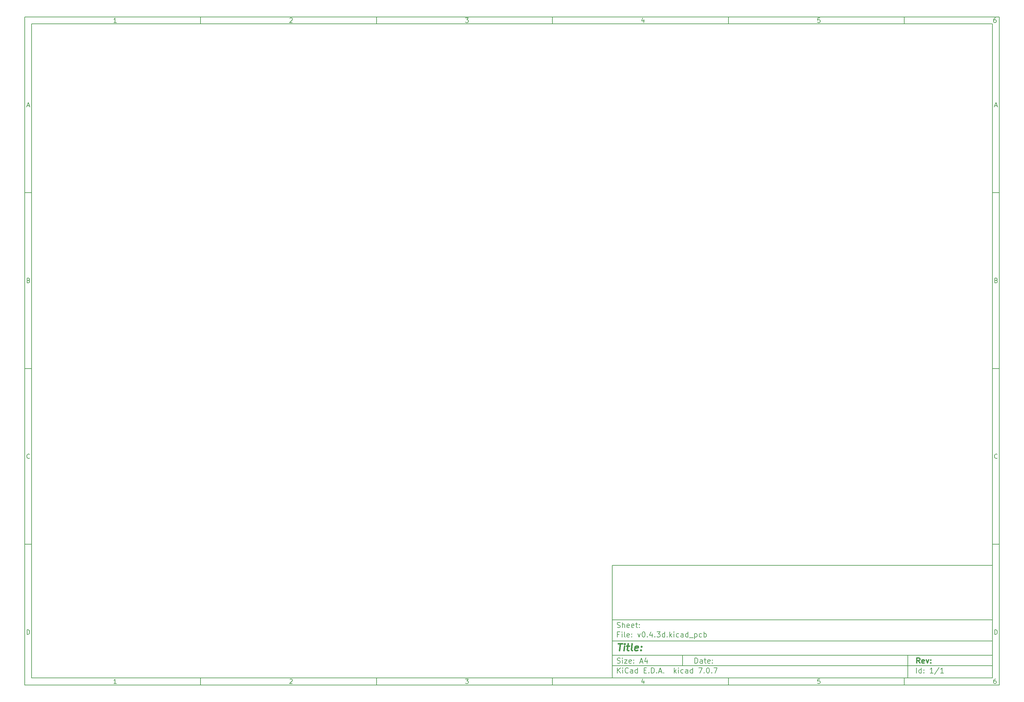
<source format=gbr>
%TF.GenerationSoftware,KiCad,Pcbnew,7.0.7*%
%TF.CreationDate,2024-10-02T11:43:54-03:00*%
%TF.ProjectId,v0.4.3d,76302e34-2e33-4642-9e6b-696361645f70,rev?*%
%TF.SameCoordinates,Original*%
%TF.FileFunction,Glue,Bot*%
%TF.FilePolarity,Positive*%
%FSLAX46Y46*%
G04 Gerber Fmt 4.6, Leading zero omitted, Abs format (unit mm)*
G04 Created by KiCad (PCBNEW 7.0.7) date 2024-10-02 11:43:54*
%MOMM*%
%LPD*%
G01*
G04 APERTURE LIST*
%ADD10C,0.100000*%
%ADD11C,0.150000*%
%ADD12C,0.300000*%
%ADD13C,0.400000*%
G04 APERTURE END LIST*
D10*
D11*
X177002200Y-166007200D02*
X285002200Y-166007200D01*
X285002200Y-198007200D01*
X177002200Y-198007200D01*
X177002200Y-166007200D01*
D10*
D11*
X10000000Y-10000000D02*
X287002200Y-10000000D01*
X287002200Y-200007200D01*
X10000000Y-200007200D01*
X10000000Y-10000000D01*
D10*
D11*
X12000000Y-12000000D02*
X285002200Y-12000000D01*
X285002200Y-198007200D01*
X12000000Y-198007200D01*
X12000000Y-12000000D01*
D10*
D11*
X60000000Y-12000000D02*
X60000000Y-10000000D01*
D10*
D11*
X110000000Y-12000000D02*
X110000000Y-10000000D01*
D10*
D11*
X160000000Y-12000000D02*
X160000000Y-10000000D01*
D10*
D11*
X210000000Y-12000000D02*
X210000000Y-10000000D01*
D10*
D11*
X260000000Y-12000000D02*
X260000000Y-10000000D01*
D10*
D11*
X36089160Y-11593604D02*
X35346303Y-11593604D01*
X35717731Y-11593604D02*
X35717731Y-10293604D01*
X35717731Y-10293604D02*
X35593922Y-10479319D01*
X35593922Y-10479319D02*
X35470112Y-10603128D01*
X35470112Y-10603128D02*
X35346303Y-10665033D01*
D10*
D11*
X85346303Y-10417414D02*
X85408207Y-10355509D01*
X85408207Y-10355509D02*
X85532017Y-10293604D01*
X85532017Y-10293604D02*
X85841541Y-10293604D01*
X85841541Y-10293604D02*
X85965350Y-10355509D01*
X85965350Y-10355509D02*
X86027255Y-10417414D01*
X86027255Y-10417414D02*
X86089160Y-10541223D01*
X86089160Y-10541223D02*
X86089160Y-10665033D01*
X86089160Y-10665033D02*
X86027255Y-10850747D01*
X86027255Y-10850747D02*
X85284398Y-11593604D01*
X85284398Y-11593604D02*
X86089160Y-11593604D01*
D10*
D11*
X135284398Y-10293604D02*
X136089160Y-10293604D01*
X136089160Y-10293604D02*
X135655826Y-10788842D01*
X135655826Y-10788842D02*
X135841541Y-10788842D01*
X135841541Y-10788842D02*
X135965350Y-10850747D01*
X135965350Y-10850747D02*
X136027255Y-10912652D01*
X136027255Y-10912652D02*
X136089160Y-11036461D01*
X136089160Y-11036461D02*
X136089160Y-11345985D01*
X136089160Y-11345985D02*
X136027255Y-11469795D01*
X136027255Y-11469795D02*
X135965350Y-11531700D01*
X135965350Y-11531700D02*
X135841541Y-11593604D01*
X135841541Y-11593604D02*
X135470112Y-11593604D01*
X135470112Y-11593604D02*
X135346303Y-11531700D01*
X135346303Y-11531700D02*
X135284398Y-11469795D01*
D10*
D11*
X185965350Y-10726938D02*
X185965350Y-11593604D01*
X185655826Y-10231700D02*
X185346303Y-11160271D01*
X185346303Y-11160271D02*
X186151064Y-11160271D01*
D10*
D11*
X236027255Y-10293604D02*
X235408207Y-10293604D01*
X235408207Y-10293604D02*
X235346303Y-10912652D01*
X235346303Y-10912652D02*
X235408207Y-10850747D01*
X235408207Y-10850747D02*
X235532017Y-10788842D01*
X235532017Y-10788842D02*
X235841541Y-10788842D01*
X235841541Y-10788842D02*
X235965350Y-10850747D01*
X235965350Y-10850747D02*
X236027255Y-10912652D01*
X236027255Y-10912652D02*
X236089160Y-11036461D01*
X236089160Y-11036461D02*
X236089160Y-11345985D01*
X236089160Y-11345985D02*
X236027255Y-11469795D01*
X236027255Y-11469795D02*
X235965350Y-11531700D01*
X235965350Y-11531700D02*
X235841541Y-11593604D01*
X235841541Y-11593604D02*
X235532017Y-11593604D01*
X235532017Y-11593604D02*
X235408207Y-11531700D01*
X235408207Y-11531700D02*
X235346303Y-11469795D01*
D10*
D11*
X285965350Y-10293604D02*
X285717731Y-10293604D01*
X285717731Y-10293604D02*
X285593922Y-10355509D01*
X285593922Y-10355509D02*
X285532017Y-10417414D01*
X285532017Y-10417414D02*
X285408207Y-10603128D01*
X285408207Y-10603128D02*
X285346303Y-10850747D01*
X285346303Y-10850747D02*
X285346303Y-11345985D01*
X285346303Y-11345985D02*
X285408207Y-11469795D01*
X285408207Y-11469795D02*
X285470112Y-11531700D01*
X285470112Y-11531700D02*
X285593922Y-11593604D01*
X285593922Y-11593604D02*
X285841541Y-11593604D01*
X285841541Y-11593604D02*
X285965350Y-11531700D01*
X285965350Y-11531700D02*
X286027255Y-11469795D01*
X286027255Y-11469795D02*
X286089160Y-11345985D01*
X286089160Y-11345985D02*
X286089160Y-11036461D01*
X286089160Y-11036461D02*
X286027255Y-10912652D01*
X286027255Y-10912652D02*
X285965350Y-10850747D01*
X285965350Y-10850747D02*
X285841541Y-10788842D01*
X285841541Y-10788842D02*
X285593922Y-10788842D01*
X285593922Y-10788842D02*
X285470112Y-10850747D01*
X285470112Y-10850747D02*
X285408207Y-10912652D01*
X285408207Y-10912652D02*
X285346303Y-11036461D01*
D10*
D11*
X60000000Y-198007200D02*
X60000000Y-200007200D01*
D10*
D11*
X110000000Y-198007200D02*
X110000000Y-200007200D01*
D10*
D11*
X160000000Y-198007200D02*
X160000000Y-200007200D01*
D10*
D11*
X210000000Y-198007200D02*
X210000000Y-200007200D01*
D10*
D11*
X260000000Y-198007200D02*
X260000000Y-200007200D01*
D10*
D11*
X36089160Y-199600804D02*
X35346303Y-199600804D01*
X35717731Y-199600804D02*
X35717731Y-198300804D01*
X35717731Y-198300804D02*
X35593922Y-198486519D01*
X35593922Y-198486519D02*
X35470112Y-198610328D01*
X35470112Y-198610328D02*
X35346303Y-198672233D01*
D10*
D11*
X85346303Y-198424614D02*
X85408207Y-198362709D01*
X85408207Y-198362709D02*
X85532017Y-198300804D01*
X85532017Y-198300804D02*
X85841541Y-198300804D01*
X85841541Y-198300804D02*
X85965350Y-198362709D01*
X85965350Y-198362709D02*
X86027255Y-198424614D01*
X86027255Y-198424614D02*
X86089160Y-198548423D01*
X86089160Y-198548423D02*
X86089160Y-198672233D01*
X86089160Y-198672233D02*
X86027255Y-198857947D01*
X86027255Y-198857947D02*
X85284398Y-199600804D01*
X85284398Y-199600804D02*
X86089160Y-199600804D01*
D10*
D11*
X135284398Y-198300804D02*
X136089160Y-198300804D01*
X136089160Y-198300804D02*
X135655826Y-198796042D01*
X135655826Y-198796042D02*
X135841541Y-198796042D01*
X135841541Y-198796042D02*
X135965350Y-198857947D01*
X135965350Y-198857947D02*
X136027255Y-198919852D01*
X136027255Y-198919852D02*
X136089160Y-199043661D01*
X136089160Y-199043661D02*
X136089160Y-199353185D01*
X136089160Y-199353185D02*
X136027255Y-199476995D01*
X136027255Y-199476995D02*
X135965350Y-199538900D01*
X135965350Y-199538900D02*
X135841541Y-199600804D01*
X135841541Y-199600804D02*
X135470112Y-199600804D01*
X135470112Y-199600804D02*
X135346303Y-199538900D01*
X135346303Y-199538900D02*
X135284398Y-199476995D01*
D10*
D11*
X185965350Y-198734138D02*
X185965350Y-199600804D01*
X185655826Y-198238900D02*
X185346303Y-199167471D01*
X185346303Y-199167471D02*
X186151064Y-199167471D01*
D10*
D11*
X236027255Y-198300804D02*
X235408207Y-198300804D01*
X235408207Y-198300804D02*
X235346303Y-198919852D01*
X235346303Y-198919852D02*
X235408207Y-198857947D01*
X235408207Y-198857947D02*
X235532017Y-198796042D01*
X235532017Y-198796042D02*
X235841541Y-198796042D01*
X235841541Y-198796042D02*
X235965350Y-198857947D01*
X235965350Y-198857947D02*
X236027255Y-198919852D01*
X236027255Y-198919852D02*
X236089160Y-199043661D01*
X236089160Y-199043661D02*
X236089160Y-199353185D01*
X236089160Y-199353185D02*
X236027255Y-199476995D01*
X236027255Y-199476995D02*
X235965350Y-199538900D01*
X235965350Y-199538900D02*
X235841541Y-199600804D01*
X235841541Y-199600804D02*
X235532017Y-199600804D01*
X235532017Y-199600804D02*
X235408207Y-199538900D01*
X235408207Y-199538900D02*
X235346303Y-199476995D01*
D10*
D11*
X285965350Y-198300804D02*
X285717731Y-198300804D01*
X285717731Y-198300804D02*
X285593922Y-198362709D01*
X285593922Y-198362709D02*
X285532017Y-198424614D01*
X285532017Y-198424614D02*
X285408207Y-198610328D01*
X285408207Y-198610328D02*
X285346303Y-198857947D01*
X285346303Y-198857947D02*
X285346303Y-199353185D01*
X285346303Y-199353185D02*
X285408207Y-199476995D01*
X285408207Y-199476995D02*
X285470112Y-199538900D01*
X285470112Y-199538900D02*
X285593922Y-199600804D01*
X285593922Y-199600804D02*
X285841541Y-199600804D01*
X285841541Y-199600804D02*
X285965350Y-199538900D01*
X285965350Y-199538900D02*
X286027255Y-199476995D01*
X286027255Y-199476995D02*
X286089160Y-199353185D01*
X286089160Y-199353185D02*
X286089160Y-199043661D01*
X286089160Y-199043661D02*
X286027255Y-198919852D01*
X286027255Y-198919852D02*
X285965350Y-198857947D01*
X285965350Y-198857947D02*
X285841541Y-198796042D01*
X285841541Y-198796042D02*
X285593922Y-198796042D01*
X285593922Y-198796042D02*
X285470112Y-198857947D01*
X285470112Y-198857947D02*
X285408207Y-198919852D01*
X285408207Y-198919852D02*
X285346303Y-199043661D01*
D10*
D11*
X10000000Y-60000000D02*
X12000000Y-60000000D01*
D10*
D11*
X10000000Y-110000000D02*
X12000000Y-110000000D01*
D10*
D11*
X10000000Y-160000000D02*
X12000000Y-160000000D01*
D10*
D11*
X10690476Y-35222176D02*
X11309523Y-35222176D01*
X10566666Y-35593604D02*
X10999999Y-34293604D01*
X10999999Y-34293604D02*
X11433333Y-35593604D01*
D10*
D11*
X11092857Y-84912652D02*
X11278571Y-84974557D01*
X11278571Y-84974557D02*
X11340476Y-85036461D01*
X11340476Y-85036461D02*
X11402380Y-85160271D01*
X11402380Y-85160271D02*
X11402380Y-85345985D01*
X11402380Y-85345985D02*
X11340476Y-85469795D01*
X11340476Y-85469795D02*
X11278571Y-85531700D01*
X11278571Y-85531700D02*
X11154761Y-85593604D01*
X11154761Y-85593604D02*
X10659523Y-85593604D01*
X10659523Y-85593604D02*
X10659523Y-84293604D01*
X10659523Y-84293604D02*
X11092857Y-84293604D01*
X11092857Y-84293604D02*
X11216666Y-84355509D01*
X11216666Y-84355509D02*
X11278571Y-84417414D01*
X11278571Y-84417414D02*
X11340476Y-84541223D01*
X11340476Y-84541223D02*
X11340476Y-84665033D01*
X11340476Y-84665033D02*
X11278571Y-84788842D01*
X11278571Y-84788842D02*
X11216666Y-84850747D01*
X11216666Y-84850747D02*
X11092857Y-84912652D01*
X11092857Y-84912652D02*
X10659523Y-84912652D01*
D10*
D11*
X11402380Y-135469795D02*
X11340476Y-135531700D01*
X11340476Y-135531700D02*
X11154761Y-135593604D01*
X11154761Y-135593604D02*
X11030952Y-135593604D01*
X11030952Y-135593604D02*
X10845238Y-135531700D01*
X10845238Y-135531700D02*
X10721428Y-135407890D01*
X10721428Y-135407890D02*
X10659523Y-135284080D01*
X10659523Y-135284080D02*
X10597619Y-135036461D01*
X10597619Y-135036461D02*
X10597619Y-134850747D01*
X10597619Y-134850747D02*
X10659523Y-134603128D01*
X10659523Y-134603128D02*
X10721428Y-134479319D01*
X10721428Y-134479319D02*
X10845238Y-134355509D01*
X10845238Y-134355509D02*
X11030952Y-134293604D01*
X11030952Y-134293604D02*
X11154761Y-134293604D01*
X11154761Y-134293604D02*
X11340476Y-134355509D01*
X11340476Y-134355509D02*
X11402380Y-134417414D01*
D10*
D11*
X10659523Y-185593604D02*
X10659523Y-184293604D01*
X10659523Y-184293604D02*
X10969047Y-184293604D01*
X10969047Y-184293604D02*
X11154761Y-184355509D01*
X11154761Y-184355509D02*
X11278571Y-184479319D01*
X11278571Y-184479319D02*
X11340476Y-184603128D01*
X11340476Y-184603128D02*
X11402380Y-184850747D01*
X11402380Y-184850747D02*
X11402380Y-185036461D01*
X11402380Y-185036461D02*
X11340476Y-185284080D01*
X11340476Y-185284080D02*
X11278571Y-185407890D01*
X11278571Y-185407890D02*
X11154761Y-185531700D01*
X11154761Y-185531700D02*
X10969047Y-185593604D01*
X10969047Y-185593604D02*
X10659523Y-185593604D01*
D10*
D11*
X287002200Y-60000000D02*
X285002200Y-60000000D01*
D10*
D11*
X287002200Y-110000000D02*
X285002200Y-110000000D01*
D10*
D11*
X287002200Y-160000000D02*
X285002200Y-160000000D01*
D10*
D11*
X285692676Y-35222176D02*
X286311723Y-35222176D01*
X285568866Y-35593604D02*
X286002199Y-34293604D01*
X286002199Y-34293604D02*
X286435533Y-35593604D01*
D10*
D11*
X286095057Y-84912652D02*
X286280771Y-84974557D01*
X286280771Y-84974557D02*
X286342676Y-85036461D01*
X286342676Y-85036461D02*
X286404580Y-85160271D01*
X286404580Y-85160271D02*
X286404580Y-85345985D01*
X286404580Y-85345985D02*
X286342676Y-85469795D01*
X286342676Y-85469795D02*
X286280771Y-85531700D01*
X286280771Y-85531700D02*
X286156961Y-85593604D01*
X286156961Y-85593604D02*
X285661723Y-85593604D01*
X285661723Y-85593604D02*
X285661723Y-84293604D01*
X285661723Y-84293604D02*
X286095057Y-84293604D01*
X286095057Y-84293604D02*
X286218866Y-84355509D01*
X286218866Y-84355509D02*
X286280771Y-84417414D01*
X286280771Y-84417414D02*
X286342676Y-84541223D01*
X286342676Y-84541223D02*
X286342676Y-84665033D01*
X286342676Y-84665033D02*
X286280771Y-84788842D01*
X286280771Y-84788842D02*
X286218866Y-84850747D01*
X286218866Y-84850747D02*
X286095057Y-84912652D01*
X286095057Y-84912652D02*
X285661723Y-84912652D01*
D10*
D11*
X286404580Y-135469795D02*
X286342676Y-135531700D01*
X286342676Y-135531700D02*
X286156961Y-135593604D01*
X286156961Y-135593604D02*
X286033152Y-135593604D01*
X286033152Y-135593604D02*
X285847438Y-135531700D01*
X285847438Y-135531700D02*
X285723628Y-135407890D01*
X285723628Y-135407890D02*
X285661723Y-135284080D01*
X285661723Y-135284080D02*
X285599819Y-135036461D01*
X285599819Y-135036461D02*
X285599819Y-134850747D01*
X285599819Y-134850747D02*
X285661723Y-134603128D01*
X285661723Y-134603128D02*
X285723628Y-134479319D01*
X285723628Y-134479319D02*
X285847438Y-134355509D01*
X285847438Y-134355509D02*
X286033152Y-134293604D01*
X286033152Y-134293604D02*
X286156961Y-134293604D01*
X286156961Y-134293604D02*
X286342676Y-134355509D01*
X286342676Y-134355509D02*
X286404580Y-134417414D01*
D10*
D11*
X285661723Y-185593604D02*
X285661723Y-184293604D01*
X285661723Y-184293604D02*
X285971247Y-184293604D01*
X285971247Y-184293604D02*
X286156961Y-184355509D01*
X286156961Y-184355509D02*
X286280771Y-184479319D01*
X286280771Y-184479319D02*
X286342676Y-184603128D01*
X286342676Y-184603128D02*
X286404580Y-184850747D01*
X286404580Y-184850747D02*
X286404580Y-185036461D01*
X286404580Y-185036461D02*
X286342676Y-185284080D01*
X286342676Y-185284080D02*
X286280771Y-185407890D01*
X286280771Y-185407890D02*
X286156961Y-185531700D01*
X286156961Y-185531700D02*
X285971247Y-185593604D01*
X285971247Y-185593604D02*
X285661723Y-185593604D01*
D10*
D11*
X200458026Y-193793328D02*
X200458026Y-192293328D01*
X200458026Y-192293328D02*
X200815169Y-192293328D01*
X200815169Y-192293328D02*
X201029455Y-192364757D01*
X201029455Y-192364757D02*
X201172312Y-192507614D01*
X201172312Y-192507614D02*
X201243741Y-192650471D01*
X201243741Y-192650471D02*
X201315169Y-192936185D01*
X201315169Y-192936185D02*
X201315169Y-193150471D01*
X201315169Y-193150471D02*
X201243741Y-193436185D01*
X201243741Y-193436185D02*
X201172312Y-193579042D01*
X201172312Y-193579042D02*
X201029455Y-193721900D01*
X201029455Y-193721900D02*
X200815169Y-193793328D01*
X200815169Y-193793328D02*
X200458026Y-193793328D01*
X202600884Y-193793328D02*
X202600884Y-193007614D01*
X202600884Y-193007614D02*
X202529455Y-192864757D01*
X202529455Y-192864757D02*
X202386598Y-192793328D01*
X202386598Y-192793328D02*
X202100884Y-192793328D01*
X202100884Y-192793328D02*
X201958026Y-192864757D01*
X202600884Y-193721900D02*
X202458026Y-193793328D01*
X202458026Y-193793328D02*
X202100884Y-193793328D01*
X202100884Y-193793328D02*
X201958026Y-193721900D01*
X201958026Y-193721900D02*
X201886598Y-193579042D01*
X201886598Y-193579042D02*
X201886598Y-193436185D01*
X201886598Y-193436185D02*
X201958026Y-193293328D01*
X201958026Y-193293328D02*
X202100884Y-193221900D01*
X202100884Y-193221900D02*
X202458026Y-193221900D01*
X202458026Y-193221900D02*
X202600884Y-193150471D01*
X203100884Y-192793328D02*
X203672312Y-192793328D01*
X203315169Y-192293328D02*
X203315169Y-193579042D01*
X203315169Y-193579042D02*
X203386598Y-193721900D01*
X203386598Y-193721900D02*
X203529455Y-193793328D01*
X203529455Y-193793328D02*
X203672312Y-193793328D01*
X204743741Y-193721900D02*
X204600884Y-193793328D01*
X204600884Y-193793328D02*
X204315170Y-193793328D01*
X204315170Y-193793328D02*
X204172312Y-193721900D01*
X204172312Y-193721900D02*
X204100884Y-193579042D01*
X204100884Y-193579042D02*
X204100884Y-193007614D01*
X204100884Y-193007614D02*
X204172312Y-192864757D01*
X204172312Y-192864757D02*
X204315170Y-192793328D01*
X204315170Y-192793328D02*
X204600884Y-192793328D01*
X204600884Y-192793328D02*
X204743741Y-192864757D01*
X204743741Y-192864757D02*
X204815170Y-193007614D01*
X204815170Y-193007614D02*
X204815170Y-193150471D01*
X204815170Y-193150471D02*
X204100884Y-193293328D01*
X205458026Y-193650471D02*
X205529455Y-193721900D01*
X205529455Y-193721900D02*
X205458026Y-193793328D01*
X205458026Y-193793328D02*
X205386598Y-193721900D01*
X205386598Y-193721900D02*
X205458026Y-193650471D01*
X205458026Y-193650471D02*
X205458026Y-193793328D01*
X205458026Y-192864757D02*
X205529455Y-192936185D01*
X205529455Y-192936185D02*
X205458026Y-193007614D01*
X205458026Y-193007614D02*
X205386598Y-192936185D01*
X205386598Y-192936185D02*
X205458026Y-192864757D01*
X205458026Y-192864757D02*
X205458026Y-193007614D01*
D10*
D11*
X177002200Y-194507200D02*
X285002200Y-194507200D01*
D10*
D11*
X178458026Y-196593328D02*
X178458026Y-195093328D01*
X179315169Y-196593328D02*
X178672312Y-195736185D01*
X179315169Y-195093328D02*
X178458026Y-195950471D01*
X179958026Y-196593328D02*
X179958026Y-195593328D01*
X179958026Y-195093328D02*
X179886598Y-195164757D01*
X179886598Y-195164757D02*
X179958026Y-195236185D01*
X179958026Y-195236185D02*
X180029455Y-195164757D01*
X180029455Y-195164757D02*
X179958026Y-195093328D01*
X179958026Y-195093328D02*
X179958026Y-195236185D01*
X181529455Y-196450471D02*
X181458027Y-196521900D01*
X181458027Y-196521900D02*
X181243741Y-196593328D01*
X181243741Y-196593328D02*
X181100884Y-196593328D01*
X181100884Y-196593328D02*
X180886598Y-196521900D01*
X180886598Y-196521900D02*
X180743741Y-196379042D01*
X180743741Y-196379042D02*
X180672312Y-196236185D01*
X180672312Y-196236185D02*
X180600884Y-195950471D01*
X180600884Y-195950471D02*
X180600884Y-195736185D01*
X180600884Y-195736185D02*
X180672312Y-195450471D01*
X180672312Y-195450471D02*
X180743741Y-195307614D01*
X180743741Y-195307614D02*
X180886598Y-195164757D01*
X180886598Y-195164757D02*
X181100884Y-195093328D01*
X181100884Y-195093328D02*
X181243741Y-195093328D01*
X181243741Y-195093328D02*
X181458027Y-195164757D01*
X181458027Y-195164757D02*
X181529455Y-195236185D01*
X182815170Y-196593328D02*
X182815170Y-195807614D01*
X182815170Y-195807614D02*
X182743741Y-195664757D01*
X182743741Y-195664757D02*
X182600884Y-195593328D01*
X182600884Y-195593328D02*
X182315170Y-195593328D01*
X182315170Y-195593328D02*
X182172312Y-195664757D01*
X182815170Y-196521900D02*
X182672312Y-196593328D01*
X182672312Y-196593328D02*
X182315170Y-196593328D01*
X182315170Y-196593328D02*
X182172312Y-196521900D01*
X182172312Y-196521900D02*
X182100884Y-196379042D01*
X182100884Y-196379042D02*
X182100884Y-196236185D01*
X182100884Y-196236185D02*
X182172312Y-196093328D01*
X182172312Y-196093328D02*
X182315170Y-196021900D01*
X182315170Y-196021900D02*
X182672312Y-196021900D01*
X182672312Y-196021900D02*
X182815170Y-195950471D01*
X184172313Y-196593328D02*
X184172313Y-195093328D01*
X184172313Y-196521900D02*
X184029455Y-196593328D01*
X184029455Y-196593328D02*
X183743741Y-196593328D01*
X183743741Y-196593328D02*
X183600884Y-196521900D01*
X183600884Y-196521900D02*
X183529455Y-196450471D01*
X183529455Y-196450471D02*
X183458027Y-196307614D01*
X183458027Y-196307614D02*
X183458027Y-195879042D01*
X183458027Y-195879042D02*
X183529455Y-195736185D01*
X183529455Y-195736185D02*
X183600884Y-195664757D01*
X183600884Y-195664757D02*
X183743741Y-195593328D01*
X183743741Y-195593328D02*
X184029455Y-195593328D01*
X184029455Y-195593328D02*
X184172313Y-195664757D01*
X186029455Y-195807614D02*
X186529455Y-195807614D01*
X186743741Y-196593328D02*
X186029455Y-196593328D01*
X186029455Y-196593328D02*
X186029455Y-195093328D01*
X186029455Y-195093328D02*
X186743741Y-195093328D01*
X187386598Y-196450471D02*
X187458027Y-196521900D01*
X187458027Y-196521900D02*
X187386598Y-196593328D01*
X187386598Y-196593328D02*
X187315170Y-196521900D01*
X187315170Y-196521900D02*
X187386598Y-196450471D01*
X187386598Y-196450471D02*
X187386598Y-196593328D01*
X188100884Y-196593328D02*
X188100884Y-195093328D01*
X188100884Y-195093328D02*
X188458027Y-195093328D01*
X188458027Y-195093328D02*
X188672313Y-195164757D01*
X188672313Y-195164757D02*
X188815170Y-195307614D01*
X188815170Y-195307614D02*
X188886599Y-195450471D01*
X188886599Y-195450471D02*
X188958027Y-195736185D01*
X188958027Y-195736185D02*
X188958027Y-195950471D01*
X188958027Y-195950471D02*
X188886599Y-196236185D01*
X188886599Y-196236185D02*
X188815170Y-196379042D01*
X188815170Y-196379042D02*
X188672313Y-196521900D01*
X188672313Y-196521900D02*
X188458027Y-196593328D01*
X188458027Y-196593328D02*
X188100884Y-196593328D01*
X189600884Y-196450471D02*
X189672313Y-196521900D01*
X189672313Y-196521900D02*
X189600884Y-196593328D01*
X189600884Y-196593328D02*
X189529456Y-196521900D01*
X189529456Y-196521900D02*
X189600884Y-196450471D01*
X189600884Y-196450471D02*
X189600884Y-196593328D01*
X190243742Y-196164757D02*
X190958028Y-196164757D01*
X190100885Y-196593328D02*
X190600885Y-195093328D01*
X190600885Y-195093328D02*
X191100885Y-196593328D01*
X191600884Y-196450471D02*
X191672313Y-196521900D01*
X191672313Y-196521900D02*
X191600884Y-196593328D01*
X191600884Y-196593328D02*
X191529456Y-196521900D01*
X191529456Y-196521900D02*
X191600884Y-196450471D01*
X191600884Y-196450471D02*
X191600884Y-196593328D01*
X194600884Y-196593328D02*
X194600884Y-195093328D01*
X194743742Y-196021900D02*
X195172313Y-196593328D01*
X195172313Y-195593328D02*
X194600884Y-196164757D01*
X195815170Y-196593328D02*
X195815170Y-195593328D01*
X195815170Y-195093328D02*
X195743742Y-195164757D01*
X195743742Y-195164757D02*
X195815170Y-195236185D01*
X195815170Y-195236185D02*
X195886599Y-195164757D01*
X195886599Y-195164757D02*
X195815170Y-195093328D01*
X195815170Y-195093328D02*
X195815170Y-195236185D01*
X197172314Y-196521900D02*
X197029456Y-196593328D01*
X197029456Y-196593328D02*
X196743742Y-196593328D01*
X196743742Y-196593328D02*
X196600885Y-196521900D01*
X196600885Y-196521900D02*
X196529456Y-196450471D01*
X196529456Y-196450471D02*
X196458028Y-196307614D01*
X196458028Y-196307614D02*
X196458028Y-195879042D01*
X196458028Y-195879042D02*
X196529456Y-195736185D01*
X196529456Y-195736185D02*
X196600885Y-195664757D01*
X196600885Y-195664757D02*
X196743742Y-195593328D01*
X196743742Y-195593328D02*
X197029456Y-195593328D01*
X197029456Y-195593328D02*
X197172314Y-195664757D01*
X198458028Y-196593328D02*
X198458028Y-195807614D01*
X198458028Y-195807614D02*
X198386599Y-195664757D01*
X198386599Y-195664757D02*
X198243742Y-195593328D01*
X198243742Y-195593328D02*
X197958028Y-195593328D01*
X197958028Y-195593328D02*
X197815170Y-195664757D01*
X198458028Y-196521900D02*
X198315170Y-196593328D01*
X198315170Y-196593328D02*
X197958028Y-196593328D01*
X197958028Y-196593328D02*
X197815170Y-196521900D01*
X197815170Y-196521900D02*
X197743742Y-196379042D01*
X197743742Y-196379042D02*
X197743742Y-196236185D01*
X197743742Y-196236185D02*
X197815170Y-196093328D01*
X197815170Y-196093328D02*
X197958028Y-196021900D01*
X197958028Y-196021900D02*
X198315170Y-196021900D01*
X198315170Y-196021900D02*
X198458028Y-195950471D01*
X199815171Y-196593328D02*
X199815171Y-195093328D01*
X199815171Y-196521900D02*
X199672313Y-196593328D01*
X199672313Y-196593328D02*
X199386599Y-196593328D01*
X199386599Y-196593328D02*
X199243742Y-196521900D01*
X199243742Y-196521900D02*
X199172313Y-196450471D01*
X199172313Y-196450471D02*
X199100885Y-196307614D01*
X199100885Y-196307614D02*
X199100885Y-195879042D01*
X199100885Y-195879042D02*
X199172313Y-195736185D01*
X199172313Y-195736185D02*
X199243742Y-195664757D01*
X199243742Y-195664757D02*
X199386599Y-195593328D01*
X199386599Y-195593328D02*
X199672313Y-195593328D01*
X199672313Y-195593328D02*
X199815171Y-195664757D01*
X201529456Y-195093328D02*
X202529456Y-195093328D01*
X202529456Y-195093328D02*
X201886599Y-196593328D01*
X203100884Y-196450471D02*
X203172313Y-196521900D01*
X203172313Y-196521900D02*
X203100884Y-196593328D01*
X203100884Y-196593328D02*
X203029456Y-196521900D01*
X203029456Y-196521900D02*
X203100884Y-196450471D01*
X203100884Y-196450471D02*
X203100884Y-196593328D01*
X204100885Y-195093328D02*
X204243742Y-195093328D01*
X204243742Y-195093328D02*
X204386599Y-195164757D01*
X204386599Y-195164757D02*
X204458028Y-195236185D01*
X204458028Y-195236185D02*
X204529456Y-195379042D01*
X204529456Y-195379042D02*
X204600885Y-195664757D01*
X204600885Y-195664757D02*
X204600885Y-196021900D01*
X204600885Y-196021900D02*
X204529456Y-196307614D01*
X204529456Y-196307614D02*
X204458028Y-196450471D01*
X204458028Y-196450471D02*
X204386599Y-196521900D01*
X204386599Y-196521900D02*
X204243742Y-196593328D01*
X204243742Y-196593328D02*
X204100885Y-196593328D01*
X204100885Y-196593328D02*
X203958028Y-196521900D01*
X203958028Y-196521900D02*
X203886599Y-196450471D01*
X203886599Y-196450471D02*
X203815170Y-196307614D01*
X203815170Y-196307614D02*
X203743742Y-196021900D01*
X203743742Y-196021900D02*
X203743742Y-195664757D01*
X203743742Y-195664757D02*
X203815170Y-195379042D01*
X203815170Y-195379042D02*
X203886599Y-195236185D01*
X203886599Y-195236185D02*
X203958028Y-195164757D01*
X203958028Y-195164757D02*
X204100885Y-195093328D01*
X205243741Y-196450471D02*
X205315170Y-196521900D01*
X205315170Y-196521900D02*
X205243741Y-196593328D01*
X205243741Y-196593328D02*
X205172313Y-196521900D01*
X205172313Y-196521900D02*
X205243741Y-196450471D01*
X205243741Y-196450471D02*
X205243741Y-196593328D01*
X205815170Y-195093328D02*
X206815170Y-195093328D01*
X206815170Y-195093328D02*
X206172313Y-196593328D01*
D10*
D11*
X177002200Y-191507200D02*
X285002200Y-191507200D01*
D10*
D12*
X264413853Y-193785528D02*
X263913853Y-193071242D01*
X263556710Y-193785528D02*
X263556710Y-192285528D01*
X263556710Y-192285528D02*
X264128139Y-192285528D01*
X264128139Y-192285528D02*
X264270996Y-192356957D01*
X264270996Y-192356957D02*
X264342425Y-192428385D01*
X264342425Y-192428385D02*
X264413853Y-192571242D01*
X264413853Y-192571242D02*
X264413853Y-192785528D01*
X264413853Y-192785528D02*
X264342425Y-192928385D01*
X264342425Y-192928385D02*
X264270996Y-192999814D01*
X264270996Y-192999814D02*
X264128139Y-193071242D01*
X264128139Y-193071242D02*
X263556710Y-193071242D01*
X265628139Y-193714100D02*
X265485282Y-193785528D01*
X265485282Y-193785528D02*
X265199568Y-193785528D01*
X265199568Y-193785528D02*
X265056710Y-193714100D01*
X265056710Y-193714100D02*
X264985282Y-193571242D01*
X264985282Y-193571242D02*
X264985282Y-192999814D01*
X264985282Y-192999814D02*
X265056710Y-192856957D01*
X265056710Y-192856957D02*
X265199568Y-192785528D01*
X265199568Y-192785528D02*
X265485282Y-192785528D01*
X265485282Y-192785528D02*
X265628139Y-192856957D01*
X265628139Y-192856957D02*
X265699568Y-192999814D01*
X265699568Y-192999814D02*
X265699568Y-193142671D01*
X265699568Y-193142671D02*
X264985282Y-193285528D01*
X266199567Y-192785528D02*
X266556710Y-193785528D01*
X266556710Y-193785528D02*
X266913853Y-192785528D01*
X267485281Y-193642671D02*
X267556710Y-193714100D01*
X267556710Y-193714100D02*
X267485281Y-193785528D01*
X267485281Y-193785528D02*
X267413853Y-193714100D01*
X267413853Y-193714100D02*
X267485281Y-193642671D01*
X267485281Y-193642671D02*
X267485281Y-193785528D01*
X267485281Y-192856957D02*
X267556710Y-192928385D01*
X267556710Y-192928385D02*
X267485281Y-192999814D01*
X267485281Y-192999814D02*
X267413853Y-192928385D01*
X267413853Y-192928385D02*
X267485281Y-192856957D01*
X267485281Y-192856957D02*
X267485281Y-192999814D01*
D10*
D11*
X178386598Y-193721900D02*
X178600884Y-193793328D01*
X178600884Y-193793328D02*
X178958026Y-193793328D01*
X178958026Y-193793328D02*
X179100884Y-193721900D01*
X179100884Y-193721900D02*
X179172312Y-193650471D01*
X179172312Y-193650471D02*
X179243741Y-193507614D01*
X179243741Y-193507614D02*
X179243741Y-193364757D01*
X179243741Y-193364757D02*
X179172312Y-193221900D01*
X179172312Y-193221900D02*
X179100884Y-193150471D01*
X179100884Y-193150471D02*
X178958026Y-193079042D01*
X178958026Y-193079042D02*
X178672312Y-193007614D01*
X178672312Y-193007614D02*
X178529455Y-192936185D01*
X178529455Y-192936185D02*
X178458026Y-192864757D01*
X178458026Y-192864757D02*
X178386598Y-192721900D01*
X178386598Y-192721900D02*
X178386598Y-192579042D01*
X178386598Y-192579042D02*
X178458026Y-192436185D01*
X178458026Y-192436185D02*
X178529455Y-192364757D01*
X178529455Y-192364757D02*
X178672312Y-192293328D01*
X178672312Y-192293328D02*
X179029455Y-192293328D01*
X179029455Y-192293328D02*
X179243741Y-192364757D01*
X179886597Y-193793328D02*
X179886597Y-192793328D01*
X179886597Y-192293328D02*
X179815169Y-192364757D01*
X179815169Y-192364757D02*
X179886597Y-192436185D01*
X179886597Y-192436185D02*
X179958026Y-192364757D01*
X179958026Y-192364757D02*
X179886597Y-192293328D01*
X179886597Y-192293328D02*
X179886597Y-192436185D01*
X180458026Y-192793328D02*
X181243741Y-192793328D01*
X181243741Y-192793328D02*
X180458026Y-193793328D01*
X180458026Y-193793328D02*
X181243741Y-193793328D01*
X182386598Y-193721900D02*
X182243741Y-193793328D01*
X182243741Y-193793328D02*
X181958027Y-193793328D01*
X181958027Y-193793328D02*
X181815169Y-193721900D01*
X181815169Y-193721900D02*
X181743741Y-193579042D01*
X181743741Y-193579042D02*
X181743741Y-193007614D01*
X181743741Y-193007614D02*
X181815169Y-192864757D01*
X181815169Y-192864757D02*
X181958027Y-192793328D01*
X181958027Y-192793328D02*
X182243741Y-192793328D01*
X182243741Y-192793328D02*
X182386598Y-192864757D01*
X182386598Y-192864757D02*
X182458027Y-193007614D01*
X182458027Y-193007614D02*
X182458027Y-193150471D01*
X182458027Y-193150471D02*
X181743741Y-193293328D01*
X183100883Y-193650471D02*
X183172312Y-193721900D01*
X183172312Y-193721900D02*
X183100883Y-193793328D01*
X183100883Y-193793328D02*
X183029455Y-193721900D01*
X183029455Y-193721900D02*
X183100883Y-193650471D01*
X183100883Y-193650471D02*
X183100883Y-193793328D01*
X183100883Y-192864757D02*
X183172312Y-192936185D01*
X183172312Y-192936185D02*
X183100883Y-193007614D01*
X183100883Y-193007614D02*
X183029455Y-192936185D01*
X183029455Y-192936185D02*
X183100883Y-192864757D01*
X183100883Y-192864757D02*
X183100883Y-193007614D01*
X184886598Y-193364757D02*
X185600884Y-193364757D01*
X184743741Y-193793328D02*
X185243741Y-192293328D01*
X185243741Y-192293328D02*
X185743741Y-193793328D01*
X186886598Y-192793328D02*
X186886598Y-193793328D01*
X186529455Y-192221900D02*
X186172312Y-193293328D01*
X186172312Y-193293328D02*
X187100883Y-193293328D01*
D10*
D11*
X263458026Y-196593328D02*
X263458026Y-195093328D01*
X264815170Y-196593328D02*
X264815170Y-195093328D01*
X264815170Y-196521900D02*
X264672312Y-196593328D01*
X264672312Y-196593328D02*
X264386598Y-196593328D01*
X264386598Y-196593328D02*
X264243741Y-196521900D01*
X264243741Y-196521900D02*
X264172312Y-196450471D01*
X264172312Y-196450471D02*
X264100884Y-196307614D01*
X264100884Y-196307614D02*
X264100884Y-195879042D01*
X264100884Y-195879042D02*
X264172312Y-195736185D01*
X264172312Y-195736185D02*
X264243741Y-195664757D01*
X264243741Y-195664757D02*
X264386598Y-195593328D01*
X264386598Y-195593328D02*
X264672312Y-195593328D01*
X264672312Y-195593328D02*
X264815170Y-195664757D01*
X265529455Y-196450471D02*
X265600884Y-196521900D01*
X265600884Y-196521900D02*
X265529455Y-196593328D01*
X265529455Y-196593328D02*
X265458027Y-196521900D01*
X265458027Y-196521900D02*
X265529455Y-196450471D01*
X265529455Y-196450471D02*
X265529455Y-196593328D01*
X265529455Y-195664757D02*
X265600884Y-195736185D01*
X265600884Y-195736185D02*
X265529455Y-195807614D01*
X265529455Y-195807614D02*
X265458027Y-195736185D01*
X265458027Y-195736185D02*
X265529455Y-195664757D01*
X265529455Y-195664757D02*
X265529455Y-195807614D01*
X268172313Y-196593328D02*
X267315170Y-196593328D01*
X267743741Y-196593328D02*
X267743741Y-195093328D01*
X267743741Y-195093328D02*
X267600884Y-195307614D01*
X267600884Y-195307614D02*
X267458027Y-195450471D01*
X267458027Y-195450471D02*
X267315170Y-195521900D01*
X269886598Y-195021900D02*
X268600884Y-196950471D01*
X271172313Y-196593328D02*
X270315170Y-196593328D01*
X270743741Y-196593328D02*
X270743741Y-195093328D01*
X270743741Y-195093328D02*
X270600884Y-195307614D01*
X270600884Y-195307614D02*
X270458027Y-195450471D01*
X270458027Y-195450471D02*
X270315170Y-195521900D01*
D10*
D11*
X177002200Y-187507200D02*
X285002200Y-187507200D01*
D10*
D13*
X178693928Y-188211638D02*
X179836785Y-188211638D01*
X179015357Y-190211638D02*
X179265357Y-188211638D01*
X180253452Y-190211638D02*
X180420119Y-188878304D01*
X180503452Y-188211638D02*
X180396309Y-188306876D01*
X180396309Y-188306876D02*
X180479643Y-188402114D01*
X180479643Y-188402114D02*
X180586786Y-188306876D01*
X180586786Y-188306876D02*
X180503452Y-188211638D01*
X180503452Y-188211638D02*
X180479643Y-188402114D01*
X181086786Y-188878304D02*
X181848690Y-188878304D01*
X181455833Y-188211638D02*
X181241548Y-189925923D01*
X181241548Y-189925923D02*
X181312976Y-190116400D01*
X181312976Y-190116400D02*
X181491548Y-190211638D01*
X181491548Y-190211638D02*
X181682024Y-190211638D01*
X182634405Y-190211638D02*
X182455833Y-190116400D01*
X182455833Y-190116400D02*
X182384405Y-189925923D01*
X182384405Y-189925923D02*
X182598690Y-188211638D01*
X184170119Y-190116400D02*
X183967738Y-190211638D01*
X183967738Y-190211638D02*
X183586785Y-190211638D01*
X183586785Y-190211638D02*
X183408214Y-190116400D01*
X183408214Y-190116400D02*
X183336785Y-189925923D01*
X183336785Y-189925923D02*
X183432024Y-189164019D01*
X183432024Y-189164019D02*
X183551071Y-188973542D01*
X183551071Y-188973542D02*
X183753452Y-188878304D01*
X183753452Y-188878304D02*
X184134404Y-188878304D01*
X184134404Y-188878304D02*
X184312976Y-188973542D01*
X184312976Y-188973542D02*
X184384404Y-189164019D01*
X184384404Y-189164019D02*
X184360595Y-189354495D01*
X184360595Y-189354495D02*
X183384404Y-189544971D01*
X185134405Y-190021161D02*
X185217738Y-190116400D01*
X185217738Y-190116400D02*
X185110595Y-190211638D01*
X185110595Y-190211638D02*
X185027262Y-190116400D01*
X185027262Y-190116400D02*
X185134405Y-190021161D01*
X185134405Y-190021161D02*
X185110595Y-190211638D01*
X185265357Y-188973542D02*
X185348690Y-189068780D01*
X185348690Y-189068780D02*
X185241548Y-189164019D01*
X185241548Y-189164019D02*
X185158214Y-189068780D01*
X185158214Y-189068780D02*
X185265357Y-188973542D01*
X185265357Y-188973542D02*
X185241548Y-189164019D01*
D10*
D11*
X178958026Y-185607614D02*
X178458026Y-185607614D01*
X178458026Y-186393328D02*
X178458026Y-184893328D01*
X178458026Y-184893328D02*
X179172312Y-184893328D01*
X179743740Y-186393328D02*
X179743740Y-185393328D01*
X179743740Y-184893328D02*
X179672312Y-184964757D01*
X179672312Y-184964757D02*
X179743740Y-185036185D01*
X179743740Y-185036185D02*
X179815169Y-184964757D01*
X179815169Y-184964757D02*
X179743740Y-184893328D01*
X179743740Y-184893328D02*
X179743740Y-185036185D01*
X180672312Y-186393328D02*
X180529455Y-186321900D01*
X180529455Y-186321900D02*
X180458026Y-186179042D01*
X180458026Y-186179042D02*
X180458026Y-184893328D01*
X181815169Y-186321900D02*
X181672312Y-186393328D01*
X181672312Y-186393328D02*
X181386598Y-186393328D01*
X181386598Y-186393328D02*
X181243740Y-186321900D01*
X181243740Y-186321900D02*
X181172312Y-186179042D01*
X181172312Y-186179042D02*
X181172312Y-185607614D01*
X181172312Y-185607614D02*
X181243740Y-185464757D01*
X181243740Y-185464757D02*
X181386598Y-185393328D01*
X181386598Y-185393328D02*
X181672312Y-185393328D01*
X181672312Y-185393328D02*
X181815169Y-185464757D01*
X181815169Y-185464757D02*
X181886598Y-185607614D01*
X181886598Y-185607614D02*
X181886598Y-185750471D01*
X181886598Y-185750471D02*
X181172312Y-185893328D01*
X182529454Y-186250471D02*
X182600883Y-186321900D01*
X182600883Y-186321900D02*
X182529454Y-186393328D01*
X182529454Y-186393328D02*
X182458026Y-186321900D01*
X182458026Y-186321900D02*
X182529454Y-186250471D01*
X182529454Y-186250471D02*
X182529454Y-186393328D01*
X182529454Y-185464757D02*
X182600883Y-185536185D01*
X182600883Y-185536185D02*
X182529454Y-185607614D01*
X182529454Y-185607614D02*
X182458026Y-185536185D01*
X182458026Y-185536185D02*
X182529454Y-185464757D01*
X182529454Y-185464757D02*
X182529454Y-185607614D01*
X184243740Y-185393328D02*
X184600883Y-186393328D01*
X184600883Y-186393328D02*
X184958026Y-185393328D01*
X185815169Y-184893328D02*
X185958026Y-184893328D01*
X185958026Y-184893328D02*
X186100883Y-184964757D01*
X186100883Y-184964757D02*
X186172312Y-185036185D01*
X186172312Y-185036185D02*
X186243740Y-185179042D01*
X186243740Y-185179042D02*
X186315169Y-185464757D01*
X186315169Y-185464757D02*
X186315169Y-185821900D01*
X186315169Y-185821900D02*
X186243740Y-186107614D01*
X186243740Y-186107614D02*
X186172312Y-186250471D01*
X186172312Y-186250471D02*
X186100883Y-186321900D01*
X186100883Y-186321900D02*
X185958026Y-186393328D01*
X185958026Y-186393328D02*
X185815169Y-186393328D01*
X185815169Y-186393328D02*
X185672312Y-186321900D01*
X185672312Y-186321900D02*
X185600883Y-186250471D01*
X185600883Y-186250471D02*
X185529454Y-186107614D01*
X185529454Y-186107614D02*
X185458026Y-185821900D01*
X185458026Y-185821900D02*
X185458026Y-185464757D01*
X185458026Y-185464757D02*
X185529454Y-185179042D01*
X185529454Y-185179042D02*
X185600883Y-185036185D01*
X185600883Y-185036185D02*
X185672312Y-184964757D01*
X185672312Y-184964757D02*
X185815169Y-184893328D01*
X186958025Y-186250471D02*
X187029454Y-186321900D01*
X187029454Y-186321900D02*
X186958025Y-186393328D01*
X186958025Y-186393328D02*
X186886597Y-186321900D01*
X186886597Y-186321900D02*
X186958025Y-186250471D01*
X186958025Y-186250471D02*
X186958025Y-186393328D01*
X188315169Y-185393328D02*
X188315169Y-186393328D01*
X187958026Y-184821900D02*
X187600883Y-185893328D01*
X187600883Y-185893328D02*
X188529454Y-185893328D01*
X189100882Y-186250471D02*
X189172311Y-186321900D01*
X189172311Y-186321900D02*
X189100882Y-186393328D01*
X189100882Y-186393328D02*
X189029454Y-186321900D01*
X189029454Y-186321900D02*
X189100882Y-186250471D01*
X189100882Y-186250471D02*
X189100882Y-186393328D01*
X189672311Y-184893328D02*
X190600883Y-184893328D01*
X190600883Y-184893328D02*
X190100883Y-185464757D01*
X190100883Y-185464757D02*
X190315168Y-185464757D01*
X190315168Y-185464757D02*
X190458026Y-185536185D01*
X190458026Y-185536185D02*
X190529454Y-185607614D01*
X190529454Y-185607614D02*
X190600883Y-185750471D01*
X190600883Y-185750471D02*
X190600883Y-186107614D01*
X190600883Y-186107614D02*
X190529454Y-186250471D01*
X190529454Y-186250471D02*
X190458026Y-186321900D01*
X190458026Y-186321900D02*
X190315168Y-186393328D01*
X190315168Y-186393328D02*
X189886597Y-186393328D01*
X189886597Y-186393328D02*
X189743740Y-186321900D01*
X189743740Y-186321900D02*
X189672311Y-186250471D01*
X191886597Y-186393328D02*
X191886597Y-184893328D01*
X191886597Y-186321900D02*
X191743739Y-186393328D01*
X191743739Y-186393328D02*
X191458025Y-186393328D01*
X191458025Y-186393328D02*
X191315168Y-186321900D01*
X191315168Y-186321900D02*
X191243739Y-186250471D01*
X191243739Y-186250471D02*
X191172311Y-186107614D01*
X191172311Y-186107614D02*
X191172311Y-185679042D01*
X191172311Y-185679042D02*
X191243739Y-185536185D01*
X191243739Y-185536185D02*
X191315168Y-185464757D01*
X191315168Y-185464757D02*
X191458025Y-185393328D01*
X191458025Y-185393328D02*
X191743739Y-185393328D01*
X191743739Y-185393328D02*
X191886597Y-185464757D01*
X192600882Y-186250471D02*
X192672311Y-186321900D01*
X192672311Y-186321900D02*
X192600882Y-186393328D01*
X192600882Y-186393328D02*
X192529454Y-186321900D01*
X192529454Y-186321900D02*
X192600882Y-186250471D01*
X192600882Y-186250471D02*
X192600882Y-186393328D01*
X193315168Y-186393328D02*
X193315168Y-184893328D01*
X193458026Y-185821900D02*
X193886597Y-186393328D01*
X193886597Y-185393328D02*
X193315168Y-185964757D01*
X194529454Y-186393328D02*
X194529454Y-185393328D01*
X194529454Y-184893328D02*
X194458026Y-184964757D01*
X194458026Y-184964757D02*
X194529454Y-185036185D01*
X194529454Y-185036185D02*
X194600883Y-184964757D01*
X194600883Y-184964757D02*
X194529454Y-184893328D01*
X194529454Y-184893328D02*
X194529454Y-185036185D01*
X195886598Y-186321900D02*
X195743740Y-186393328D01*
X195743740Y-186393328D02*
X195458026Y-186393328D01*
X195458026Y-186393328D02*
X195315169Y-186321900D01*
X195315169Y-186321900D02*
X195243740Y-186250471D01*
X195243740Y-186250471D02*
X195172312Y-186107614D01*
X195172312Y-186107614D02*
X195172312Y-185679042D01*
X195172312Y-185679042D02*
X195243740Y-185536185D01*
X195243740Y-185536185D02*
X195315169Y-185464757D01*
X195315169Y-185464757D02*
X195458026Y-185393328D01*
X195458026Y-185393328D02*
X195743740Y-185393328D01*
X195743740Y-185393328D02*
X195886598Y-185464757D01*
X197172312Y-186393328D02*
X197172312Y-185607614D01*
X197172312Y-185607614D02*
X197100883Y-185464757D01*
X197100883Y-185464757D02*
X196958026Y-185393328D01*
X196958026Y-185393328D02*
X196672312Y-185393328D01*
X196672312Y-185393328D02*
X196529454Y-185464757D01*
X197172312Y-186321900D02*
X197029454Y-186393328D01*
X197029454Y-186393328D02*
X196672312Y-186393328D01*
X196672312Y-186393328D02*
X196529454Y-186321900D01*
X196529454Y-186321900D02*
X196458026Y-186179042D01*
X196458026Y-186179042D02*
X196458026Y-186036185D01*
X196458026Y-186036185D02*
X196529454Y-185893328D01*
X196529454Y-185893328D02*
X196672312Y-185821900D01*
X196672312Y-185821900D02*
X197029454Y-185821900D01*
X197029454Y-185821900D02*
X197172312Y-185750471D01*
X198529455Y-186393328D02*
X198529455Y-184893328D01*
X198529455Y-186321900D02*
X198386597Y-186393328D01*
X198386597Y-186393328D02*
X198100883Y-186393328D01*
X198100883Y-186393328D02*
X197958026Y-186321900D01*
X197958026Y-186321900D02*
X197886597Y-186250471D01*
X197886597Y-186250471D02*
X197815169Y-186107614D01*
X197815169Y-186107614D02*
X197815169Y-185679042D01*
X197815169Y-185679042D02*
X197886597Y-185536185D01*
X197886597Y-185536185D02*
X197958026Y-185464757D01*
X197958026Y-185464757D02*
X198100883Y-185393328D01*
X198100883Y-185393328D02*
X198386597Y-185393328D01*
X198386597Y-185393328D02*
X198529455Y-185464757D01*
X198886598Y-186536185D02*
X200029455Y-186536185D01*
X200386597Y-185393328D02*
X200386597Y-186893328D01*
X200386597Y-185464757D02*
X200529455Y-185393328D01*
X200529455Y-185393328D02*
X200815169Y-185393328D01*
X200815169Y-185393328D02*
X200958026Y-185464757D01*
X200958026Y-185464757D02*
X201029455Y-185536185D01*
X201029455Y-185536185D02*
X201100883Y-185679042D01*
X201100883Y-185679042D02*
X201100883Y-186107614D01*
X201100883Y-186107614D02*
X201029455Y-186250471D01*
X201029455Y-186250471D02*
X200958026Y-186321900D01*
X200958026Y-186321900D02*
X200815169Y-186393328D01*
X200815169Y-186393328D02*
X200529455Y-186393328D01*
X200529455Y-186393328D02*
X200386597Y-186321900D01*
X202386598Y-186321900D02*
X202243740Y-186393328D01*
X202243740Y-186393328D02*
X201958026Y-186393328D01*
X201958026Y-186393328D02*
X201815169Y-186321900D01*
X201815169Y-186321900D02*
X201743740Y-186250471D01*
X201743740Y-186250471D02*
X201672312Y-186107614D01*
X201672312Y-186107614D02*
X201672312Y-185679042D01*
X201672312Y-185679042D02*
X201743740Y-185536185D01*
X201743740Y-185536185D02*
X201815169Y-185464757D01*
X201815169Y-185464757D02*
X201958026Y-185393328D01*
X201958026Y-185393328D02*
X202243740Y-185393328D01*
X202243740Y-185393328D02*
X202386598Y-185464757D01*
X203029454Y-186393328D02*
X203029454Y-184893328D01*
X203029454Y-185464757D02*
X203172312Y-185393328D01*
X203172312Y-185393328D02*
X203458026Y-185393328D01*
X203458026Y-185393328D02*
X203600883Y-185464757D01*
X203600883Y-185464757D02*
X203672312Y-185536185D01*
X203672312Y-185536185D02*
X203743740Y-185679042D01*
X203743740Y-185679042D02*
X203743740Y-186107614D01*
X203743740Y-186107614D02*
X203672312Y-186250471D01*
X203672312Y-186250471D02*
X203600883Y-186321900D01*
X203600883Y-186321900D02*
X203458026Y-186393328D01*
X203458026Y-186393328D02*
X203172312Y-186393328D01*
X203172312Y-186393328D02*
X203029454Y-186321900D01*
D10*
D11*
X177002200Y-181507200D02*
X285002200Y-181507200D01*
D10*
D11*
X178386598Y-183621900D02*
X178600884Y-183693328D01*
X178600884Y-183693328D02*
X178958026Y-183693328D01*
X178958026Y-183693328D02*
X179100884Y-183621900D01*
X179100884Y-183621900D02*
X179172312Y-183550471D01*
X179172312Y-183550471D02*
X179243741Y-183407614D01*
X179243741Y-183407614D02*
X179243741Y-183264757D01*
X179243741Y-183264757D02*
X179172312Y-183121900D01*
X179172312Y-183121900D02*
X179100884Y-183050471D01*
X179100884Y-183050471D02*
X178958026Y-182979042D01*
X178958026Y-182979042D02*
X178672312Y-182907614D01*
X178672312Y-182907614D02*
X178529455Y-182836185D01*
X178529455Y-182836185D02*
X178458026Y-182764757D01*
X178458026Y-182764757D02*
X178386598Y-182621900D01*
X178386598Y-182621900D02*
X178386598Y-182479042D01*
X178386598Y-182479042D02*
X178458026Y-182336185D01*
X178458026Y-182336185D02*
X178529455Y-182264757D01*
X178529455Y-182264757D02*
X178672312Y-182193328D01*
X178672312Y-182193328D02*
X179029455Y-182193328D01*
X179029455Y-182193328D02*
X179243741Y-182264757D01*
X179886597Y-183693328D02*
X179886597Y-182193328D01*
X180529455Y-183693328D02*
X180529455Y-182907614D01*
X180529455Y-182907614D02*
X180458026Y-182764757D01*
X180458026Y-182764757D02*
X180315169Y-182693328D01*
X180315169Y-182693328D02*
X180100883Y-182693328D01*
X180100883Y-182693328D02*
X179958026Y-182764757D01*
X179958026Y-182764757D02*
X179886597Y-182836185D01*
X181815169Y-183621900D02*
X181672312Y-183693328D01*
X181672312Y-183693328D02*
X181386598Y-183693328D01*
X181386598Y-183693328D02*
X181243740Y-183621900D01*
X181243740Y-183621900D02*
X181172312Y-183479042D01*
X181172312Y-183479042D02*
X181172312Y-182907614D01*
X181172312Y-182907614D02*
X181243740Y-182764757D01*
X181243740Y-182764757D02*
X181386598Y-182693328D01*
X181386598Y-182693328D02*
X181672312Y-182693328D01*
X181672312Y-182693328D02*
X181815169Y-182764757D01*
X181815169Y-182764757D02*
X181886598Y-182907614D01*
X181886598Y-182907614D02*
X181886598Y-183050471D01*
X181886598Y-183050471D02*
X181172312Y-183193328D01*
X183100883Y-183621900D02*
X182958026Y-183693328D01*
X182958026Y-183693328D02*
X182672312Y-183693328D01*
X182672312Y-183693328D02*
X182529454Y-183621900D01*
X182529454Y-183621900D02*
X182458026Y-183479042D01*
X182458026Y-183479042D02*
X182458026Y-182907614D01*
X182458026Y-182907614D02*
X182529454Y-182764757D01*
X182529454Y-182764757D02*
X182672312Y-182693328D01*
X182672312Y-182693328D02*
X182958026Y-182693328D01*
X182958026Y-182693328D02*
X183100883Y-182764757D01*
X183100883Y-182764757D02*
X183172312Y-182907614D01*
X183172312Y-182907614D02*
X183172312Y-183050471D01*
X183172312Y-183050471D02*
X182458026Y-183193328D01*
X183600883Y-182693328D02*
X184172311Y-182693328D01*
X183815168Y-182193328D02*
X183815168Y-183479042D01*
X183815168Y-183479042D02*
X183886597Y-183621900D01*
X183886597Y-183621900D02*
X184029454Y-183693328D01*
X184029454Y-183693328D02*
X184172311Y-183693328D01*
X184672311Y-183550471D02*
X184743740Y-183621900D01*
X184743740Y-183621900D02*
X184672311Y-183693328D01*
X184672311Y-183693328D02*
X184600883Y-183621900D01*
X184600883Y-183621900D02*
X184672311Y-183550471D01*
X184672311Y-183550471D02*
X184672311Y-183693328D01*
X184672311Y-182764757D02*
X184743740Y-182836185D01*
X184743740Y-182836185D02*
X184672311Y-182907614D01*
X184672311Y-182907614D02*
X184600883Y-182836185D01*
X184600883Y-182836185D02*
X184672311Y-182764757D01*
X184672311Y-182764757D02*
X184672311Y-182907614D01*
D10*
D12*
D10*
D11*
D10*
D11*
D10*
D11*
D10*
D11*
D10*
D11*
X197002200Y-191507200D02*
X197002200Y-194507200D01*
D10*
D11*
X261002200Y-191507200D02*
X261002200Y-198007200D01*
M02*

</source>
